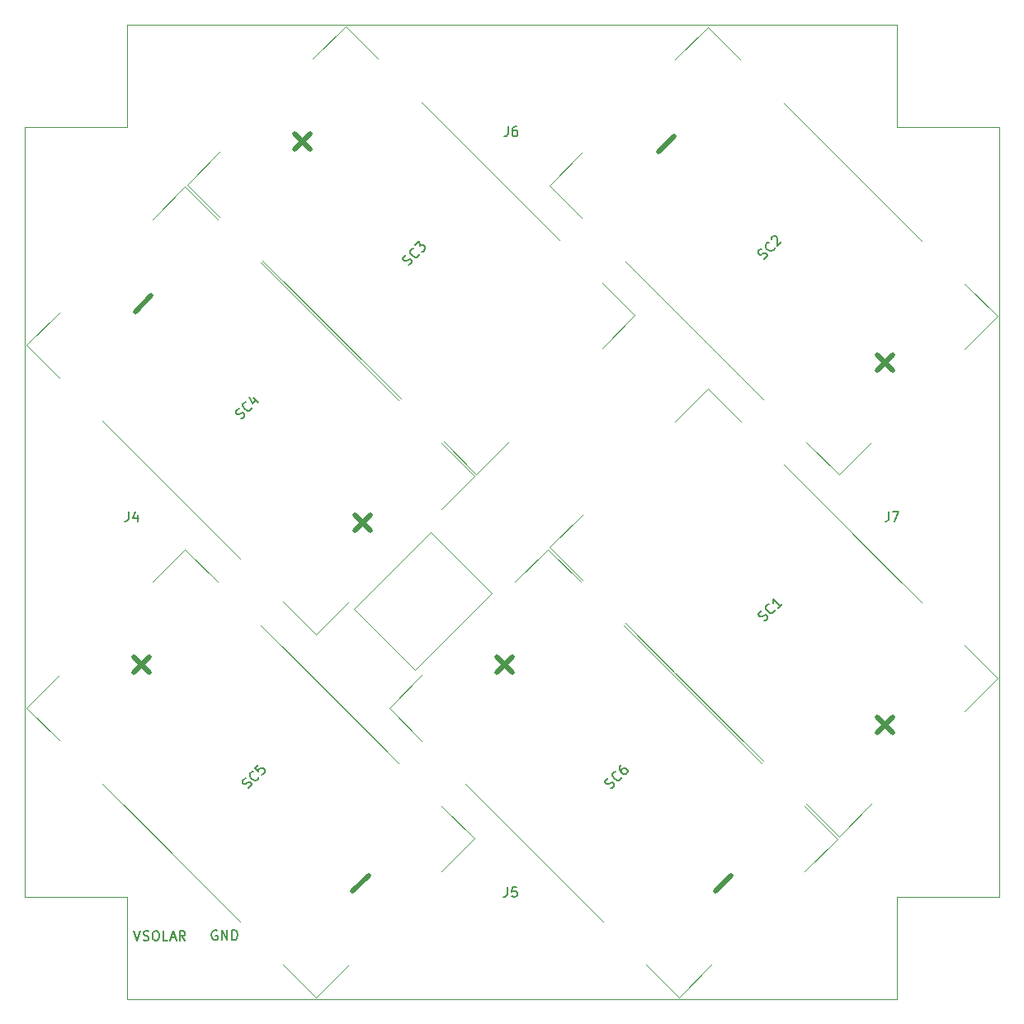
<source format=gbr>
%TF.GenerationSoftware,KiCad,Pcbnew,7.0.5*%
%TF.CreationDate,2023-06-21T14:57:04-07:00*%
%TF.ProjectId,solar-panel-side-Z,736f6c61-722d-4706-916e-656c2d736964,3.1*%
%TF.SameCoordinates,Original*%
%TF.FileFunction,Legend,Top*%
%TF.FilePolarity,Positive*%
%FSLAX46Y46*%
G04 Gerber Fmt 4.6, Leading zero omitted, Abs format (unit mm)*
G04 Created by KiCad (PCBNEW 7.0.5) date 2023-06-21 14:57:04*
%MOMM*%
%LPD*%
G01*
G04 APERTURE LIST*
%ADD10C,0.120000*%
%ADD11C,0.150000*%
%ADD12C,0.500000*%
%TA.AperFunction,Profile*%
%ADD13C,0.050000*%
%TD*%
G04 APERTURE END LIST*
D10*
X147417170Y-93332830D02*
X139540000Y-101210000D01*
X133271481Y-94941481D01*
X141148650Y-87064311D01*
X147417170Y-93332830D01*
D11*
X119248095Y-127952438D02*
X119152857Y-127904819D01*
X119152857Y-127904819D02*
X119010000Y-127904819D01*
X119010000Y-127904819D02*
X118867143Y-127952438D01*
X118867143Y-127952438D02*
X118771905Y-128047676D01*
X118771905Y-128047676D02*
X118724286Y-128142914D01*
X118724286Y-128142914D02*
X118676667Y-128333390D01*
X118676667Y-128333390D02*
X118676667Y-128476247D01*
X118676667Y-128476247D02*
X118724286Y-128666723D01*
X118724286Y-128666723D02*
X118771905Y-128761961D01*
X118771905Y-128761961D02*
X118867143Y-128857200D01*
X118867143Y-128857200D02*
X119010000Y-128904819D01*
X119010000Y-128904819D02*
X119105238Y-128904819D01*
X119105238Y-128904819D02*
X119248095Y-128857200D01*
X119248095Y-128857200D02*
X119295714Y-128809580D01*
X119295714Y-128809580D02*
X119295714Y-128476247D01*
X119295714Y-128476247D02*
X119105238Y-128476247D01*
X119724286Y-128904819D02*
X119724286Y-127904819D01*
X119724286Y-127904819D02*
X120295714Y-128904819D01*
X120295714Y-128904819D02*
X120295714Y-127904819D01*
X120771905Y-128904819D02*
X120771905Y-127904819D01*
X120771905Y-127904819D02*
X121010000Y-127904819D01*
X121010000Y-127904819D02*
X121152857Y-127952438D01*
X121152857Y-127952438D02*
X121248095Y-128047676D01*
X121248095Y-128047676D02*
X121295714Y-128142914D01*
X121295714Y-128142914D02*
X121343333Y-128333390D01*
X121343333Y-128333390D02*
X121343333Y-128476247D01*
X121343333Y-128476247D02*
X121295714Y-128666723D01*
X121295714Y-128666723D02*
X121248095Y-128761961D01*
X121248095Y-128761961D02*
X121152857Y-128857200D01*
X121152857Y-128857200D02*
X121010000Y-128904819D01*
X121010000Y-128904819D02*
X120771905Y-128904819D01*
X110723333Y-127954819D02*
X111056666Y-128954819D01*
X111056666Y-128954819D02*
X111389999Y-127954819D01*
X111675714Y-128907200D02*
X111818571Y-128954819D01*
X111818571Y-128954819D02*
X112056666Y-128954819D01*
X112056666Y-128954819D02*
X112151904Y-128907200D01*
X112151904Y-128907200D02*
X112199523Y-128859580D01*
X112199523Y-128859580D02*
X112247142Y-128764342D01*
X112247142Y-128764342D02*
X112247142Y-128669104D01*
X112247142Y-128669104D02*
X112199523Y-128573866D01*
X112199523Y-128573866D02*
X112151904Y-128526247D01*
X112151904Y-128526247D02*
X112056666Y-128478628D01*
X112056666Y-128478628D02*
X111866190Y-128431009D01*
X111866190Y-128431009D02*
X111770952Y-128383390D01*
X111770952Y-128383390D02*
X111723333Y-128335771D01*
X111723333Y-128335771D02*
X111675714Y-128240533D01*
X111675714Y-128240533D02*
X111675714Y-128145295D01*
X111675714Y-128145295D02*
X111723333Y-128050057D01*
X111723333Y-128050057D02*
X111770952Y-128002438D01*
X111770952Y-128002438D02*
X111866190Y-127954819D01*
X111866190Y-127954819D02*
X112104285Y-127954819D01*
X112104285Y-127954819D02*
X112247142Y-128002438D01*
X112866190Y-127954819D02*
X113056666Y-127954819D01*
X113056666Y-127954819D02*
X113151904Y-128002438D01*
X113151904Y-128002438D02*
X113247142Y-128097676D01*
X113247142Y-128097676D02*
X113294761Y-128288152D01*
X113294761Y-128288152D02*
X113294761Y-128621485D01*
X113294761Y-128621485D02*
X113247142Y-128811961D01*
X113247142Y-128811961D02*
X113151904Y-128907200D01*
X113151904Y-128907200D02*
X113056666Y-128954819D01*
X113056666Y-128954819D02*
X112866190Y-128954819D01*
X112866190Y-128954819D02*
X112770952Y-128907200D01*
X112770952Y-128907200D02*
X112675714Y-128811961D01*
X112675714Y-128811961D02*
X112628095Y-128621485D01*
X112628095Y-128621485D02*
X112628095Y-128288152D01*
X112628095Y-128288152D02*
X112675714Y-128097676D01*
X112675714Y-128097676D02*
X112770952Y-128002438D01*
X112770952Y-128002438D02*
X112866190Y-127954819D01*
X114199523Y-128954819D02*
X113723333Y-128954819D01*
X113723333Y-128954819D02*
X113723333Y-127954819D01*
X114485238Y-128669104D02*
X114961428Y-128669104D01*
X114390000Y-128954819D02*
X114723333Y-127954819D01*
X114723333Y-127954819D02*
X115056666Y-128954819D01*
X115961428Y-128954819D02*
X115628095Y-128478628D01*
X115390000Y-128954819D02*
X115390000Y-127954819D01*
X115390000Y-127954819D02*
X115770952Y-127954819D01*
X115770952Y-127954819D02*
X115866190Y-128002438D01*
X115866190Y-128002438D02*
X115913809Y-128050057D01*
X115913809Y-128050057D02*
X115961428Y-128145295D01*
X115961428Y-128145295D02*
X115961428Y-128288152D01*
X115961428Y-128288152D02*
X115913809Y-128383390D01*
X115913809Y-128383390D02*
X115866190Y-128431009D01*
X115866190Y-128431009D02*
X115770952Y-128478628D01*
X115770952Y-128478628D02*
X115390000Y-128478628D01*
%TO.C,J4*%
X110166666Y-84954819D02*
X110166666Y-85669104D01*
X110166666Y-85669104D02*
X110119047Y-85811961D01*
X110119047Y-85811961D02*
X110023809Y-85907200D01*
X110023809Y-85907200D02*
X109880952Y-85954819D01*
X109880952Y-85954819D02*
X109785714Y-85954819D01*
X111071428Y-85288152D02*
X111071428Y-85954819D01*
X110833333Y-84907200D02*
X110595238Y-85621485D01*
X110595238Y-85621485D02*
X111214285Y-85621485D01*
%TO.C,J5*%
X149036666Y-123484819D02*
X149036666Y-124199104D01*
X149036666Y-124199104D02*
X148989047Y-124341961D01*
X148989047Y-124341961D02*
X148893809Y-124437200D01*
X148893809Y-124437200D02*
X148750952Y-124484819D01*
X148750952Y-124484819D02*
X148655714Y-124484819D01*
X149989047Y-123484819D02*
X149512857Y-123484819D01*
X149512857Y-123484819D02*
X149465238Y-123961009D01*
X149465238Y-123961009D02*
X149512857Y-123913390D01*
X149512857Y-123913390D02*
X149608095Y-123865771D01*
X149608095Y-123865771D02*
X149846190Y-123865771D01*
X149846190Y-123865771D02*
X149941428Y-123913390D01*
X149941428Y-123913390D02*
X149989047Y-123961009D01*
X149989047Y-123961009D02*
X150036666Y-124056247D01*
X150036666Y-124056247D02*
X150036666Y-124294342D01*
X150036666Y-124294342D02*
X149989047Y-124389580D01*
X149989047Y-124389580D02*
X149941428Y-124437200D01*
X149941428Y-124437200D02*
X149846190Y-124484819D01*
X149846190Y-124484819D02*
X149608095Y-124484819D01*
X149608095Y-124484819D02*
X149512857Y-124437200D01*
X149512857Y-124437200D02*
X149465238Y-124389580D01*
%TO.C,J6*%
X149096666Y-45434819D02*
X149096666Y-46149104D01*
X149096666Y-46149104D02*
X149049047Y-46291961D01*
X149049047Y-46291961D02*
X148953809Y-46387200D01*
X148953809Y-46387200D02*
X148810952Y-46434819D01*
X148810952Y-46434819D02*
X148715714Y-46434819D01*
X150001428Y-45434819D02*
X149810952Y-45434819D01*
X149810952Y-45434819D02*
X149715714Y-45482438D01*
X149715714Y-45482438D02*
X149668095Y-45530057D01*
X149668095Y-45530057D02*
X149572857Y-45672914D01*
X149572857Y-45672914D02*
X149525238Y-45863390D01*
X149525238Y-45863390D02*
X149525238Y-46244342D01*
X149525238Y-46244342D02*
X149572857Y-46339580D01*
X149572857Y-46339580D02*
X149620476Y-46387200D01*
X149620476Y-46387200D02*
X149715714Y-46434819D01*
X149715714Y-46434819D02*
X149906190Y-46434819D01*
X149906190Y-46434819D02*
X150001428Y-46387200D01*
X150001428Y-46387200D02*
X150049047Y-46339580D01*
X150049047Y-46339580D02*
X150096666Y-46244342D01*
X150096666Y-46244342D02*
X150096666Y-46006247D01*
X150096666Y-46006247D02*
X150049047Y-45911009D01*
X150049047Y-45911009D02*
X150001428Y-45863390D01*
X150001428Y-45863390D02*
X149906190Y-45815771D01*
X149906190Y-45815771D02*
X149715714Y-45815771D01*
X149715714Y-45815771D02*
X149620476Y-45863390D01*
X149620476Y-45863390D02*
X149572857Y-45911009D01*
X149572857Y-45911009D02*
X149525238Y-46006247D01*
%TO.C,J7*%
X188166666Y-84954819D02*
X188166666Y-85669104D01*
X188166666Y-85669104D02*
X188119047Y-85811961D01*
X188119047Y-85811961D02*
X188023809Y-85907200D01*
X188023809Y-85907200D02*
X187880952Y-85954819D01*
X187880952Y-85954819D02*
X187785714Y-85954819D01*
X188547619Y-84954819D02*
X189214285Y-84954819D01*
X189214285Y-84954819D02*
X188785714Y-85954819D01*
%TO.C,SC5*%
X122429185Y-113333788D02*
X122563872Y-113266444D01*
X122563872Y-113266444D02*
X122732231Y-113098086D01*
X122732231Y-113098086D02*
X122765902Y-112997070D01*
X122765902Y-112997070D02*
X122765902Y-112929727D01*
X122765902Y-112929727D02*
X122732231Y-112828712D01*
X122732231Y-112828712D02*
X122664887Y-112761368D01*
X122664887Y-112761368D02*
X122563872Y-112727696D01*
X122563872Y-112727696D02*
X122496528Y-112727696D01*
X122496528Y-112727696D02*
X122395513Y-112761368D01*
X122395513Y-112761368D02*
X122227154Y-112862383D01*
X122227154Y-112862383D02*
X122126139Y-112896055D01*
X122126139Y-112896055D02*
X122058796Y-112896055D01*
X122058796Y-112896055D02*
X121957780Y-112862383D01*
X121957780Y-112862383D02*
X121890437Y-112795040D01*
X121890437Y-112795040D02*
X121856765Y-112694025D01*
X121856765Y-112694025D02*
X121856765Y-112626681D01*
X121856765Y-112626681D02*
X121890437Y-112525666D01*
X121890437Y-112525666D02*
X122058796Y-112357307D01*
X122058796Y-112357307D02*
X122193483Y-112289964D01*
X123506681Y-112188948D02*
X123506681Y-112256292D01*
X123506681Y-112256292D02*
X123439338Y-112390979D01*
X123439338Y-112390979D02*
X123371994Y-112458322D01*
X123371994Y-112458322D02*
X123237307Y-112525666D01*
X123237307Y-112525666D02*
X123102620Y-112525666D01*
X123102620Y-112525666D02*
X123001605Y-112491994D01*
X123001605Y-112491994D02*
X122833246Y-112390979D01*
X122833246Y-112390979D02*
X122732231Y-112289963D01*
X122732231Y-112289963D02*
X122631215Y-112121605D01*
X122631215Y-112121605D02*
X122597544Y-112020589D01*
X122597544Y-112020589D02*
X122597544Y-111885902D01*
X122597544Y-111885902D02*
X122664887Y-111751215D01*
X122664887Y-111751215D02*
X122732231Y-111683872D01*
X122732231Y-111683872D02*
X122866918Y-111616528D01*
X122866918Y-111616528D02*
X122934261Y-111616528D01*
X123506681Y-110909422D02*
X123169963Y-111246139D01*
X123169963Y-111246139D02*
X123473009Y-111616528D01*
X123473009Y-111616528D02*
X123473009Y-111549185D01*
X123473009Y-111549185D02*
X123506681Y-111448170D01*
X123506681Y-111448170D02*
X123675040Y-111279811D01*
X123675040Y-111279811D02*
X123776055Y-111246139D01*
X123776055Y-111246139D02*
X123843399Y-111246139D01*
X123843399Y-111246139D02*
X123944414Y-111279811D01*
X123944414Y-111279811D02*
X124112773Y-111448170D01*
X124112773Y-111448170D02*
X124146444Y-111549185D01*
X124146444Y-111549185D02*
X124146444Y-111616528D01*
X124146444Y-111616528D02*
X124112773Y-111717544D01*
X124112773Y-111717544D02*
X123944414Y-111885902D01*
X123944414Y-111885902D02*
X123843399Y-111919574D01*
X123843399Y-111919574D02*
X123776055Y-111919574D01*
D12*
X110713026Y-101449270D02*
X112329270Y-99833026D01*
X112329270Y-101449270D02*
X110713026Y-99833026D01*
X133163666Y-123899910D02*
X134779910Y-122283666D01*
D11*
%TO.C,SC3*%
X138891321Y-59655924D02*
X139026008Y-59588580D01*
X139026008Y-59588580D02*
X139194367Y-59420222D01*
X139194367Y-59420222D02*
X139228038Y-59319206D01*
X139228038Y-59319206D02*
X139228038Y-59251863D01*
X139228038Y-59251863D02*
X139194367Y-59150848D01*
X139194367Y-59150848D02*
X139127023Y-59083504D01*
X139127023Y-59083504D02*
X139026008Y-59049832D01*
X139026008Y-59049832D02*
X138958664Y-59049832D01*
X138958664Y-59049832D02*
X138857649Y-59083504D01*
X138857649Y-59083504D02*
X138689290Y-59184519D01*
X138689290Y-59184519D02*
X138588275Y-59218191D01*
X138588275Y-59218191D02*
X138520932Y-59218191D01*
X138520932Y-59218191D02*
X138419916Y-59184519D01*
X138419916Y-59184519D02*
X138352573Y-59117176D01*
X138352573Y-59117176D02*
X138318901Y-59016161D01*
X138318901Y-59016161D02*
X138318901Y-58948817D01*
X138318901Y-58948817D02*
X138352573Y-58847802D01*
X138352573Y-58847802D02*
X138520932Y-58679443D01*
X138520932Y-58679443D02*
X138655619Y-58612100D01*
X139968817Y-58511084D02*
X139968817Y-58578428D01*
X139968817Y-58578428D02*
X139901474Y-58713115D01*
X139901474Y-58713115D02*
X139834130Y-58780458D01*
X139834130Y-58780458D02*
X139699443Y-58847802D01*
X139699443Y-58847802D02*
X139564756Y-58847802D01*
X139564756Y-58847802D02*
X139463741Y-58814130D01*
X139463741Y-58814130D02*
X139295382Y-58713115D01*
X139295382Y-58713115D02*
X139194367Y-58612099D01*
X139194367Y-58612099D02*
X139093351Y-58443741D01*
X139093351Y-58443741D02*
X139059680Y-58342725D01*
X139059680Y-58342725D02*
X139059680Y-58208038D01*
X139059680Y-58208038D02*
X139127023Y-58073351D01*
X139127023Y-58073351D02*
X139194367Y-58006008D01*
X139194367Y-58006008D02*
X139329054Y-57938664D01*
X139329054Y-57938664D02*
X139396397Y-57938664D01*
X139564756Y-57635619D02*
X140002489Y-57197886D01*
X140002489Y-57197886D02*
X140036161Y-57702962D01*
X140036161Y-57702962D02*
X140137176Y-57601947D01*
X140137176Y-57601947D02*
X140238191Y-57568275D01*
X140238191Y-57568275D02*
X140305535Y-57568275D01*
X140305535Y-57568275D02*
X140406550Y-57601947D01*
X140406550Y-57601947D02*
X140574909Y-57770306D01*
X140574909Y-57770306D02*
X140608580Y-57871321D01*
X140608580Y-57871321D02*
X140608580Y-57938664D01*
X140608580Y-57938664D02*
X140574909Y-58039680D01*
X140574909Y-58039680D02*
X140372878Y-58241710D01*
X140372878Y-58241710D02*
X140271863Y-58275382D01*
X140271863Y-58275382D02*
X140204519Y-58275382D01*
D12*
X127175162Y-47771406D02*
X128791406Y-46155162D01*
X128791406Y-47771406D02*
X127175162Y-46155162D01*
D11*
%TO.C,SC4*%
X121724215Y-75418818D02*
X121858902Y-75351474D01*
X121858902Y-75351474D02*
X122027261Y-75183116D01*
X122027261Y-75183116D02*
X122060932Y-75082100D01*
X122060932Y-75082100D02*
X122060932Y-75014757D01*
X122060932Y-75014757D02*
X122027261Y-74913742D01*
X122027261Y-74913742D02*
X121959917Y-74846398D01*
X121959917Y-74846398D02*
X121858902Y-74812726D01*
X121858902Y-74812726D02*
X121791558Y-74812726D01*
X121791558Y-74812726D02*
X121690543Y-74846398D01*
X121690543Y-74846398D02*
X121522184Y-74947413D01*
X121522184Y-74947413D02*
X121421169Y-74981085D01*
X121421169Y-74981085D02*
X121353826Y-74981085D01*
X121353826Y-74981085D02*
X121252810Y-74947413D01*
X121252810Y-74947413D02*
X121185467Y-74880070D01*
X121185467Y-74880070D02*
X121151795Y-74779055D01*
X121151795Y-74779055D02*
X121151795Y-74711711D01*
X121151795Y-74711711D02*
X121185467Y-74610696D01*
X121185467Y-74610696D02*
X121353826Y-74442337D01*
X121353826Y-74442337D02*
X121488513Y-74374994D01*
X122801711Y-74273978D02*
X122801711Y-74341322D01*
X122801711Y-74341322D02*
X122734368Y-74476009D01*
X122734368Y-74476009D02*
X122667024Y-74543352D01*
X122667024Y-74543352D02*
X122532337Y-74610696D01*
X122532337Y-74610696D02*
X122397650Y-74610696D01*
X122397650Y-74610696D02*
X122296635Y-74577024D01*
X122296635Y-74577024D02*
X122128276Y-74476009D01*
X122128276Y-74476009D02*
X122027261Y-74374993D01*
X122027261Y-74374993D02*
X121926245Y-74206635D01*
X121926245Y-74206635D02*
X121892574Y-74105619D01*
X121892574Y-74105619D02*
X121892574Y-73970932D01*
X121892574Y-73970932D02*
X121959917Y-73836245D01*
X121959917Y-73836245D02*
X122027261Y-73768902D01*
X122027261Y-73768902D02*
X122161948Y-73701558D01*
X122161948Y-73701558D02*
X122229291Y-73701558D01*
X123003742Y-73263826D02*
X123475146Y-73735230D01*
X122566009Y-73162810D02*
X122902726Y-73836245D01*
X122902726Y-73836245D02*
X123340459Y-73398513D01*
D12*
X133342578Y-86868822D02*
X134958822Y-85252578D01*
X134958822Y-86868822D02*
X133342578Y-85252578D01*
X110891938Y-64418182D02*
X112508182Y-62801938D01*
D11*
%TO.C,SC6*%
X159647049Y-113341652D02*
X159781736Y-113274308D01*
X159781736Y-113274308D02*
X159950095Y-113105950D01*
X159950095Y-113105950D02*
X159983766Y-113004934D01*
X159983766Y-113004934D02*
X159983766Y-112937591D01*
X159983766Y-112937591D02*
X159950095Y-112836576D01*
X159950095Y-112836576D02*
X159882751Y-112769232D01*
X159882751Y-112769232D02*
X159781736Y-112735560D01*
X159781736Y-112735560D02*
X159714392Y-112735560D01*
X159714392Y-112735560D02*
X159613377Y-112769232D01*
X159613377Y-112769232D02*
X159445018Y-112870247D01*
X159445018Y-112870247D02*
X159344003Y-112903919D01*
X159344003Y-112903919D02*
X159276660Y-112903919D01*
X159276660Y-112903919D02*
X159175644Y-112870247D01*
X159175644Y-112870247D02*
X159108301Y-112802904D01*
X159108301Y-112802904D02*
X159074629Y-112701889D01*
X159074629Y-112701889D02*
X159074629Y-112634545D01*
X159074629Y-112634545D02*
X159108301Y-112533530D01*
X159108301Y-112533530D02*
X159276660Y-112365171D01*
X159276660Y-112365171D02*
X159411347Y-112297828D01*
X160724545Y-112196812D02*
X160724545Y-112264156D01*
X160724545Y-112264156D02*
X160657202Y-112398843D01*
X160657202Y-112398843D02*
X160589858Y-112466186D01*
X160589858Y-112466186D02*
X160455171Y-112533530D01*
X160455171Y-112533530D02*
X160320484Y-112533530D01*
X160320484Y-112533530D02*
X160219469Y-112499858D01*
X160219469Y-112499858D02*
X160051110Y-112398843D01*
X160051110Y-112398843D02*
X159950095Y-112297827D01*
X159950095Y-112297827D02*
X159849079Y-112129469D01*
X159849079Y-112129469D02*
X159815408Y-112028453D01*
X159815408Y-112028453D02*
X159815408Y-111893766D01*
X159815408Y-111893766D02*
X159882751Y-111759079D01*
X159882751Y-111759079D02*
X159950095Y-111691736D01*
X159950095Y-111691736D02*
X160084782Y-111624392D01*
X160084782Y-111624392D02*
X160152125Y-111624392D01*
X160690873Y-110950957D02*
X160556186Y-111085644D01*
X160556186Y-111085644D02*
X160522515Y-111186660D01*
X160522515Y-111186660D02*
X160522515Y-111254003D01*
X160522515Y-111254003D02*
X160556186Y-111422362D01*
X160556186Y-111422362D02*
X160657202Y-111590721D01*
X160657202Y-111590721D02*
X160926576Y-111860095D01*
X160926576Y-111860095D02*
X161027591Y-111893766D01*
X161027591Y-111893766D02*
X161094934Y-111893766D01*
X161094934Y-111893766D02*
X161195950Y-111860095D01*
X161195950Y-111860095D02*
X161330637Y-111725408D01*
X161330637Y-111725408D02*
X161364308Y-111624392D01*
X161364308Y-111624392D02*
X161364308Y-111557049D01*
X161364308Y-111557049D02*
X161330637Y-111456034D01*
X161330637Y-111456034D02*
X161162278Y-111287675D01*
X161162278Y-111287675D02*
X161061263Y-111254003D01*
X161061263Y-111254003D02*
X160993919Y-111254003D01*
X160993919Y-111254003D02*
X160892904Y-111287675D01*
X160892904Y-111287675D02*
X160758217Y-111422362D01*
X160758217Y-111422362D02*
X160724545Y-111523377D01*
X160724545Y-111523377D02*
X160724545Y-111590721D01*
X160724545Y-111590721D02*
X160758217Y-111691736D01*
D12*
X147930890Y-101457134D02*
X149547134Y-99840890D01*
X149547134Y-101457134D02*
X147930890Y-99840890D01*
X170381530Y-123907774D02*
X171997774Y-122291530D01*
D11*
%TO.C,SC2*%
X175362079Y-59026682D02*
X175496766Y-58959338D01*
X175496766Y-58959338D02*
X175665125Y-58790980D01*
X175665125Y-58790980D02*
X175698796Y-58689964D01*
X175698796Y-58689964D02*
X175698796Y-58622621D01*
X175698796Y-58622621D02*
X175665125Y-58521606D01*
X175665125Y-58521606D02*
X175597781Y-58454262D01*
X175597781Y-58454262D02*
X175496766Y-58420590D01*
X175496766Y-58420590D02*
X175429422Y-58420590D01*
X175429422Y-58420590D02*
X175328407Y-58454262D01*
X175328407Y-58454262D02*
X175160048Y-58555277D01*
X175160048Y-58555277D02*
X175059033Y-58588949D01*
X175059033Y-58588949D02*
X174991690Y-58588949D01*
X174991690Y-58588949D02*
X174890674Y-58555277D01*
X174890674Y-58555277D02*
X174823331Y-58487934D01*
X174823331Y-58487934D02*
X174789659Y-58386919D01*
X174789659Y-58386919D02*
X174789659Y-58319575D01*
X174789659Y-58319575D02*
X174823331Y-58218560D01*
X174823331Y-58218560D02*
X174991690Y-58050201D01*
X174991690Y-58050201D02*
X175126377Y-57982858D01*
X176439575Y-57881842D02*
X176439575Y-57949186D01*
X176439575Y-57949186D02*
X176372232Y-58083873D01*
X176372232Y-58083873D02*
X176304888Y-58151216D01*
X176304888Y-58151216D02*
X176170201Y-58218560D01*
X176170201Y-58218560D02*
X176035514Y-58218560D01*
X176035514Y-58218560D02*
X175934499Y-58184888D01*
X175934499Y-58184888D02*
X175766140Y-58083873D01*
X175766140Y-58083873D02*
X175665125Y-57982857D01*
X175665125Y-57982857D02*
X175564109Y-57814499D01*
X175564109Y-57814499D02*
X175530438Y-57713483D01*
X175530438Y-57713483D02*
X175530438Y-57578796D01*
X175530438Y-57578796D02*
X175597781Y-57444109D01*
X175597781Y-57444109D02*
X175665125Y-57376766D01*
X175665125Y-57376766D02*
X175799812Y-57309422D01*
X175799812Y-57309422D02*
X175867155Y-57309422D01*
X176136529Y-57040048D02*
X176136529Y-56972705D01*
X176136529Y-56972705D02*
X176170201Y-56871690D01*
X176170201Y-56871690D02*
X176338560Y-56703331D01*
X176338560Y-56703331D02*
X176439575Y-56669659D01*
X176439575Y-56669659D02*
X176506919Y-56669659D01*
X176506919Y-56669659D02*
X176607934Y-56703331D01*
X176607934Y-56703331D02*
X176675277Y-56770674D01*
X176675277Y-56770674D02*
X176742621Y-56905361D01*
X176742621Y-56905361D02*
X176742621Y-57713483D01*
X176742621Y-57713483D02*
X177180354Y-57275751D01*
D12*
X186980442Y-70476686D02*
X188596686Y-68860442D01*
X188596686Y-70476686D02*
X186980442Y-68860442D01*
X164529802Y-48026046D02*
X166146046Y-46409802D01*
D11*
%TO.C,SC1*%
X175379943Y-96164546D02*
X175514630Y-96097202D01*
X175514630Y-96097202D02*
X175682989Y-95928844D01*
X175682989Y-95928844D02*
X175716660Y-95827828D01*
X175716660Y-95827828D02*
X175716660Y-95760485D01*
X175716660Y-95760485D02*
X175682989Y-95659470D01*
X175682989Y-95659470D02*
X175615645Y-95592126D01*
X175615645Y-95592126D02*
X175514630Y-95558454D01*
X175514630Y-95558454D02*
X175447286Y-95558454D01*
X175447286Y-95558454D02*
X175346271Y-95592126D01*
X175346271Y-95592126D02*
X175177912Y-95693141D01*
X175177912Y-95693141D02*
X175076897Y-95726813D01*
X175076897Y-95726813D02*
X175009554Y-95726813D01*
X175009554Y-95726813D02*
X174908538Y-95693141D01*
X174908538Y-95693141D02*
X174841195Y-95625798D01*
X174841195Y-95625798D02*
X174807523Y-95524783D01*
X174807523Y-95524783D02*
X174807523Y-95457439D01*
X174807523Y-95457439D02*
X174841195Y-95356424D01*
X174841195Y-95356424D02*
X175009554Y-95188065D01*
X175009554Y-95188065D02*
X175144241Y-95120722D01*
X176457439Y-95019706D02*
X176457439Y-95087050D01*
X176457439Y-95087050D02*
X176390096Y-95221737D01*
X176390096Y-95221737D02*
X176322752Y-95289080D01*
X176322752Y-95289080D02*
X176188065Y-95356424D01*
X176188065Y-95356424D02*
X176053378Y-95356424D01*
X176053378Y-95356424D02*
X175952363Y-95322752D01*
X175952363Y-95322752D02*
X175784004Y-95221737D01*
X175784004Y-95221737D02*
X175682989Y-95120721D01*
X175682989Y-95120721D02*
X175581973Y-94952363D01*
X175581973Y-94952363D02*
X175548302Y-94851347D01*
X175548302Y-94851347D02*
X175548302Y-94716660D01*
X175548302Y-94716660D02*
X175615645Y-94581973D01*
X175615645Y-94581973D02*
X175682989Y-94514630D01*
X175682989Y-94514630D02*
X175817676Y-94447286D01*
X175817676Y-94447286D02*
X175885019Y-94447286D01*
X177198218Y-94413615D02*
X176794157Y-94817676D01*
X176996187Y-94615645D02*
X176289080Y-93908538D01*
X176289080Y-93908538D02*
X176322752Y-94076897D01*
X176322752Y-94076897D02*
X176322752Y-94211584D01*
X176322752Y-94211584D02*
X176289080Y-94312599D01*
D12*
X186998306Y-107614550D02*
X188614550Y-105998306D01*
X188614550Y-107614550D02*
X186998306Y-105998306D01*
D10*
%TO.C,SC5*%
X114548272Y-119931728D02*
X107477204Y-112860660D01*
X107477204Y-112860660D02*
X121619340Y-127002796D01*
X103057787Y-101723728D02*
X99699030Y-105082486D01*
X129397514Y-134780970D02*
X126038757Y-131422213D01*
X99699030Y-105082486D02*
X103057787Y-101723728D01*
X112603728Y-92177787D02*
X115962486Y-88819030D01*
X130811728Y-103668272D02*
X123740660Y-96597204D01*
X99699030Y-105082486D02*
X103057787Y-108441243D01*
X145660970Y-118517514D02*
X142302213Y-115158757D01*
X129397514Y-134780970D02*
X132756272Y-131422213D01*
X136645359Y-109501903D02*
X130811728Y-103668272D01*
X130811728Y-103668272D02*
X137882796Y-110739340D01*
X123740660Y-96597204D02*
X136645359Y-109501903D01*
X142302213Y-121876272D02*
X145660970Y-118517514D01*
X115962486Y-88819030D02*
X119321243Y-92177787D01*
%TO.C,SC3*%
X116161166Y-51404622D02*
X119519923Y-48045864D01*
X147273864Y-49990408D02*
X140202796Y-42919340D01*
X131010408Y-66253864D02*
X123939340Y-59182796D01*
X116161166Y-51404622D02*
X119519923Y-54763379D01*
X158764349Y-68198408D02*
X162123106Y-64839650D01*
X129065864Y-38499923D02*
X132424622Y-35141166D01*
X119519923Y-48045864D02*
X116161166Y-51404622D01*
X153107495Y-55824039D02*
X147273864Y-49990408D01*
X123939340Y-59182796D02*
X138081476Y-73324932D01*
X145859650Y-81103106D02*
X142500893Y-77744349D01*
X147273864Y-49990408D02*
X154344932Y-57061476D01*
X132424622Y-35141166D02*
X135783379Y-38499923D01*
X145859650Y-81103106D02*
X149218408Y-77744349D01*
X140202796Y-42919340D02*
X153107495Y-55824039D01*
X162123106Y-64839650D02*
X158764349Y-61480893D01*
%TO.C,SC4*%
X115964622Y-51611166D02*
X112605864Y-54969923D01*
X114550408Y-82723864D02*
X121621476Y-89794932D01*
X103059923Y-64515864D02*
X99701166Y-67874622D01*
X137884932Y-73531476D02*
X123742796Y-59389340D01*
X145663106Y-81309650D02*
X142304349Y-77950893D01*
X99701166Y-67874622D02*
X103059923Y-71233379D01*
X142304349Y-84668408D02*
X145663106Y-81309650D01*
X129399650Y-97573106D02*
X126040893Y-94214349D01*
X114550408Y-82723864D02*
X107479340Y-75652796D01*
X121621476Y-89794932D02*
X108716777Y-76890233D01*
X130813864Y-66460408D02*
X137884932Y-73531476D01*
X115964622Y-51611166D02*
X119323379Y-54969923D01*
X132758408Y-94214349D02*
X129399650Y-97573106D01*
X145663106Y-81309650D02*
X142304349Y-84668408D01*
X108716777Y-76890233D02*
X114550408Y-82723864D01*
%TO.C,SC6*%
X173863223Y-109509767D02*
X168029592Y-103676136D01*
X160958524Y-96605068D02*
X173863223Y-109509767D01*
X166615378Y-134788834D02*
X169974136Y-131430077D01*
X153180350Y-88826894D02*
X156539107Y-92185651D01*
X166615378Y-134788834D02*
X163256621Y-131430077D01*
X168029592Y-103676136D02*
X175100660Y-110747204D01*
X144695068Y-112868524D02*
X158837204Y-127010660D01*
X151766136Y-119939592D02*
X144695068Y-112868524D01*
X149821592Y-92185651D02*
X153180350Y-88826894D01*
X168029592Y-103676136D02*
X160958524Y-96605068D01*
X140275651Y-101731592D02*
X136916894Y-105090350D01*
X136916894Y-105090350D02*
X140275651Y-108449107D01*
X136916894Y-105090350D02*
X140275651Y-101731592D01*
X179520077Y-121884136D02*
X182878834Y-118525378D01*
X182878834Y-118525378D02*
X179520077Y-115166621D01*
%TO.C,SC2*%
X168188272Y-66331728D02*
X161117204Y-59260660D01*
X199300970Y-64917514D02*
X195942213Y-68276272D01*
X162354641Y-60498097D02*
X168188272Y-66331728D01*
X153339030Y-51482486D02*
X156697787Y-54841243D01*
X175259340Y-73402796D02*
X162354641Y-60498097D01*
X183037514Y-81180970D02*
X179678757Y-77822213D01*
X169602486Y-35219030D02*
X166243728Y-38577787D01*
X186396272Y-77822213D02*
X183037514Y-81180970D01*
X184451728Y-50068272D02*
X191522796Y-57139340D01*
X195942213Y-68276272D02*
X199300970Y-64917514D01*
X168188272Y-66331728D02*
X175259340Y-73402796D01*
X169602486Y-35219030D02*
X172961243Y-38577787D01*
X191522796Y-57139340D02*
X177380660Y-42997204D01*
X199300970Y-64917514D02*
X195942213Y-61558757D01*
X156697787Y-48123728D02*
X153339030Y-51482486D01*
%TO.C,SC1*%
X195960077Y-105414136D02*
X199318834Y-102055378D01*
X168206136Y-103469592D02*
X175277204Y-110540660D01*
X191540660Y-94277204D02*
X177398524Y-80135068D01*
X156715651Y-85261592D02*
X153356894Y-88620350D01*
X184469592Y-87206136D02*
X191540660Y-94277204D01*
X175277204Y-110540660D02*
X162372505Y-97635961D01*
X186414136Y-114960077D02*
X183055378Y-118318834D01*
X169620350Y-72356894D02*
X166261592Y-75715651D01*
X169620350Y-72356894D02*
X172979107Y-75715651D01*
X153356894Y-88620350D02*
X156715651Y-91979107D01*
X199318834Y-102055378D02*
X195960077Y-98696621D01*
X183055378Y-118318834D02*
X179696621Y-114960077D01*
X162372505Y-97635961D02*
X168206136Y-103469592D01*
X168206136Y-103469592D02*
X161135068Y-96398524D01*
X199318834Y-102055378D02*
X195960077Y-105414136D01*
%TD*%
D13*
X189000000Y-135000000D02*
X110000000Y-135000000D01*
X110000000Y-124500000D02*
X99500000Y-124500000D01*
X110000000Y-45500000D02*
X110000000Y-35000000D01*
X189000000Y-45500000D02*
X199500000Y-45500000D01*
X99500000Y-124500000D02*
X99500000Y-45500000D01*
X199500000Y-124500000D02*
X189000000Y-124500000D01*
X110000000Y-35000000D02*
X189000000Y-35000000D01*
X199500000Y-45500000D02*
X199500000Y-124500000D01*
X189000000Y-124500000D02*
X189000000Y-135000000D01*
X99500000Y-45500000D02*
X110000000Y-45500000D01*
X189000000Y-35000000D02*
X189000000Y-45500000D01*
X110000000Y-135000000D02*
X110000000Y-124500000D01*
M02*

</source>
